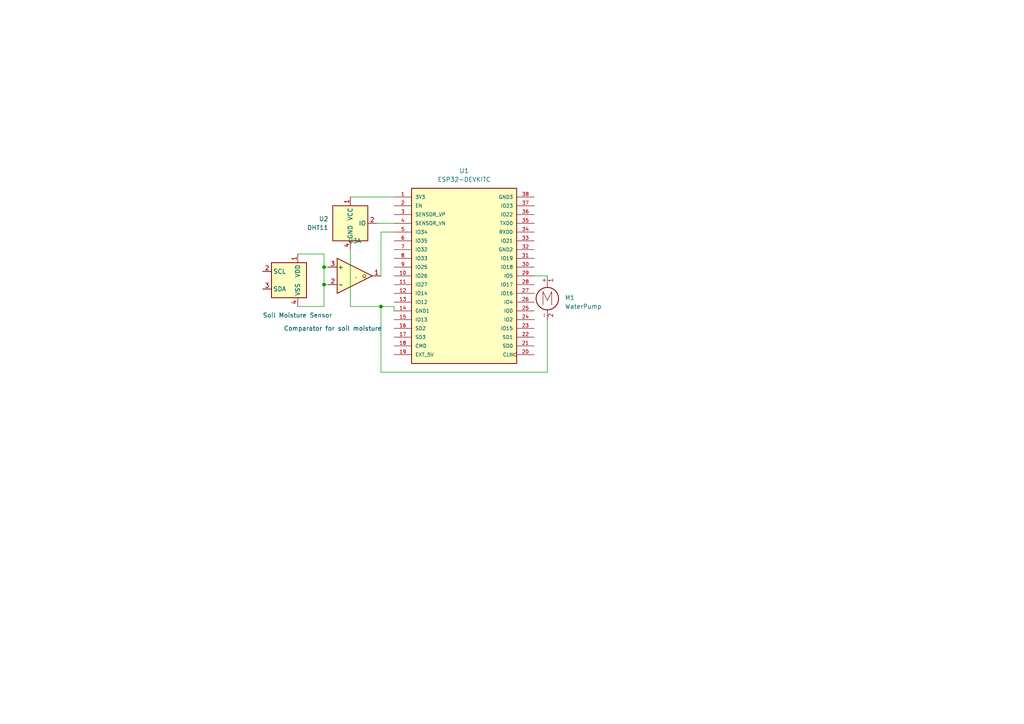
<source format=kicad_sch>
(kicad_sch (version 20230121) (generator eeschema)

  (uuid 0bb214c2-bada-4bd4-8ebc-b813c6475bae)

  (paper "A4")

  (lib_symbols
    (symbol "Comparator:LM393" (pin_names (offset 0.127)) (in_bom yes) (on_board yes)
      (property "Reference" "U" (at 3.81 3.81 0)
        (effects (font (size 1.27 1.27)))
      )
      (property "Value" "LM393" (at 6.35 -3.81 0)
        (effects (font (size 1.27 1.27)))
      )
      (property "Footprint" "" (at 0 0 0)
        (effects (font (size 1.27 1.27)) hide)
      )
      (property "Datasheet" "http://www.ti.com/lit/ds/symlink/lm393.pdf" (at 0 0 0)
        (effects (font (size 1.27 1.27)) hide)
      )
      (property "ki_locked" "" (at 0 0 0)
        (effects (font (size 1.27 1.27)))
      )
      (property "ki_keywords" "cmp open collector" (at 0 0 0)
        (effects (font (size 1.27 1.27)) hide)
      )
      (property "ki_description" "Low-Power, Low-Offset Voltage, Dual Comparators, DIP-8/SOIC-8/TO-99-8" (at 0 0 0)
        (effects (font (size 1.27 1.27)) hide)
      )
      (property "ki_fp_filters" "SOIC*3.9x4.9mm*P1.27mm* DIP*W7.62mm* SOP*5.28x5.23mm*P1.27mm* VSSOP*3.0x3.0mm*P0.65mm* TSSOP*4.4x3mm*P0.65mm*" (at 0 0 0)
        (effects (font (size 1.27 1.27)) hide)
      )
      (symbol "LM393_1_1"
        (polyline
          (pts
            (xy -5.08 5.08)
            (xy 5.08 0)
            (xy -5.08 -5.08)
            (xy -5.08 5.08)
          )
          (stroke (width 0.254) (type default))
          (fill (type background))
        )
        (polyline
          (pts
            (xy 3.302 -0.508)
            (xy 2.794 -0.508)
            (xy 3.302 0)
            (xy 2.794 0.508)
            (xy 2.286 0)
            (xy 2.794 -0.508)
            (xy 2.286 -0.508)
          )
          (stroke (width 0.127) (type default))
          (fill (type none))
        )
        (pin open_collector line (at 7.62 0 180) (length 2.54)
          (name "~" (effects (font (size 1.27 1.27))))
          (number "1" (effects (font (size 1.27 1.27))))
        )
        (pin input line (at -7.62 -2.54 0) (length 2.54)
          (name "-" (effects (font (size 1.27 1.27))))
          (number "2" (effects (font (size 1.27 1.27))))
        )
        (pin input line (at -7.62 2.54 0) (length 2.54)
          (name "+" (effects (font (size 1.27 1.27))))
          (number "3" (effects (font (size 1.27 1.27))))
        )
      )
      (symbol "LM393_2_1"
        (polyline
          (pts
            (xy -5.08 5.08)
            (xy 5.08 0)
            (xy -5.08 -5.08)
            (xy -5.08 5.08)
          )
          (stroke (width 0.254) (type default))
          (fill (type background))
        )
        (polyline
          (pts
            (xy 3.302 -0.508)
            (xy 2.794 -0.508)
            (xy 3.302 0)
            (xy 2.794 0.508)
            (xy 2.286 0)
            (xy 2.794 -0.508)
            (xy 2.286 -0.508)
          )
          (stroke (width 0.127) (type default))
          (fill (type none))
        )
        (pin input line (at -7.62 2.54 0) (length 2.54)
          (name "+" (effects (font (size 1.27 1.27))))
          (number "5" (effects (font (size 1.27 1.27))))
        )
        (pin input line (at -7.62 -2.54 0) (length 2.54)
          (name "-" (effects (font (size 1.27 1.27))))
          (number "6" (effects (font (size 1.27 1.27))))
        )
        (pin open_collector line (at 7.62 0 180) (length 2.54)
          (name "~" (effects (font (size 1.27 1.27))))
          (number "7" (effects (font (size 1.27 1.27))))
        )
      )
      (symbol "LM393_3_1"
        (pin power_in line (at -2.54 -7.62 90) (length 3.81)
          (name "V-" (effects (font (size 1.27 1.27))))
          (number "4" (effects (font (size 1.27 1.27))))
        )
        (pin power_in line (at -2.54 7.62 270) (length 3.81)
          (name "V+" (effects (font (size 1.27 1.27))))
          (number "8" (effects (font (size 1.27 1.27))))
        )
      )
    )
    (symbol "ESP32-DEVKITC:ESP32-DEVKITC" (pin_names (offset 1.016)) (in_bom yes) (on_board yes)
      (property "Reference" "U" (at -15.2572 26.0643 0)
        (effects (font (size 1.27 1.27)) (justify left bottom))
      )
      (property "Value" "ESP32-DEVKITC" (at -15.2563 -27.9698 0)
        (effects (font (size 1.27 1.27)) (justify left bottom))
      )
      (property "Footprint" "MODULE_ESP32-DEVKITC" (at 0 0 0)
        (effects (font (size 1.27 1.27)) (justify bottom) hide)
      )
      (property "Datasheet" "" (at 0 0 0)
        (effects (font (size 1.27 1.27)) hide)
      )
      (property "MF" "Espressif Systems" (at 0 0 0)
        (effects (font (size 1.27 1.27)) (justify bottom) hide)
      )
      (property "Description" "\nESP32-WROOM-32UE series Transceiver; 802.11 b/g/n (Wi-Fi, WiFi, WLAN), Bluetooth ® Smart Ready 4.x Dual Mode Evaluation Board\n" (at 0 0 0)
        (effects (font (size 1.27 1.27)) (justify bottom) hide)
      )
      (property "Package" "None" (at 0 0 0)
        (effects (font (size 1.27 1.27)) (justify bottom) hide)
      )
      (property "Price" "None" (at 0 0 0)
        (effects (font (size 1.27 1.27)) (justify bottom) hide)
      )
      (property "Check_prices" "https://www.snapeda.com/parts/ESP32-DEVKITC/Espressif+Systems/view-part/?ref=eda" (at 0 0 0)
        (effects (font (size 1.27 1.27)) (justify bottom) hide)
      )
      (property "STANDARD" "Manufacturer Recommendations" (at 0 0 0)
        (effects (font (size 1.27 1.27)) (justify bottom) hide)
      )
      (property "PARTREV" "N/A" (at 0 0 0)
        (effects (font (size 1.27 1.27)) (justify bottom) hide)
      )
      (property "SnapEDA_Link" "https://www.snapeda.com/parts/ESP32-DEVKITC/Espressif+Systems/view-part/?ref=snap" (at 0 0 0)
        (effects (font (size 1.27 1.27)) (justify bottom) hide)
      )
      (property "MP" "ESP32-DEVKITC" (at 0 0 0)
        (effects (font (size 1.27 1.27)) (justify bottom) hide)
      )
      (property "Availability" "In Stock" (at 0 0 0)
        (effects (font (size 1.27 1.27)) (justify bottom) hide)
      )
      (property "MANUFACTURER" "ESPRESSIF" (at 0 0 0)
        (effects (font (size 1.27 1.27)) (justify bottom) hide)
      )
      (symbol "ESP32-DEVKITC_0_0"
        (rectangle (start -15.24 -25.4) (end 15.24 25.4)
          (stroke (width 0.254) (type default))
          (fill (type background))
        )
        (pin power_in line (at -20.32 22.86 0) (length 5.08)
          (name "3V3" (effects (font (size 1.016 1.016))))
          (number "1" (effects (font (size 1.016 1.016))))
        )
        (pin bidirectional line (at -20.32 0 0) (length 5.08)
          (name "IO26" (effects (font (size 1.016 1.016))))
          (number "10" (effects (font (size 1.016 1.016))))
        )
        (pin bidirectional line (at -20.32 -2.54 0) (length 5.08)
          (name "IO27" (effects (font (size 1.016 1.016))))
          (number "11" (effects (font (size 1.016 1.016))))
        )
        (pin bidirectional line (at -20.32 -5.08 0) (length 5.08)
          (name "IO14" (effects (font (size 1.016 1.016))))
          (number "12" (effects (font (size 1.016 1.016))))
        )
        (pin bidirectional line (at -20.32 -7.62 0) (length 5.08)
          (name "IO12" (effects (font (size 1.016 1.016))))
          (number "13" (effects (font (size 1.016 1.016))))
        )
        (pin power_in line (at -20.32 -10.16 0) (length 5.08)
          (name "GND1" (effects (font (size 1.016 1.016))))
          (number "14" (effects (font (size 1.016 1.016))))
        )
        (pin bidirectional line (at -20.32 -12.7 0) (length 5.08)
          (name "IO13" (effects (font (size 1.016 1.016))))
          (number "15" (effects (font (size 1.016 1.016))))
        )
        (pin bidirectional line (at -20.32 -15.24 0) (length 5.08)
          (name "SD2" (effects (font (size 1.016 1.016))))
          (number "16" (effects (font (size 1.016 1.016))))
        )
        (pin bidirectional line (at -20.32 -17.78 0) (length 5.08)
          (name "SD3" (effects (font (size 1.016 1.016))))
          (number "17" (effects (font (size 1.016 1.016))))
        )
        (pin bidirectional line (at -20.32 -20.32 0) (length 5.08)
          (name "CMD" (effects (font (size 1.016 1.016))))
          (number "18" (effects (font (size 1.016 1.016))))
        )
        (pin power_in line (at -20.32 -22.86 0) (length 5.08)
          (name "EXT_5V" (effects (font (size 1.016 1.016))))
          (number "19" (effects (font (size 1.016 1.016))))
        )
        (pin input line (at -20.32 20.32 0) (length 5.08)
          (name "EN" (effects (font (size 1.016 1.016))))
          (number "2" (effects (font (size 1.016 1.016))))
        )
        (pin input clock (at 20.32 -22.86 180) (length 5.08)
          (name "CLK" (effects (font (size 1.016 1.016))))
          (number "20" (effects (font (size 1.016 1.016))))
        )
        (pin bidirectional line (at 20.32 -20.32 180) (length 5.08)
          (name "SD0" (effects (font (size 1.016 1.016))))
          (number "21" (effects (font (size 1.016 1.016))))
        )
        (pin bidirectional line (at 20.32 -17.78 180) (length 5.08)
          (name "SD1" (effects (font (size 1.016 1.016))))
          (number "22" (effects (font (size 1.016 1.016))))
        )
        (pin bidirectional line (at 20.32 -15.24 180) (length 5.08)
          (name "IO15" (effects (font (size 1.016 1.016))))
          (number "23" (effects (font (size 1.016 1.016))))
        )
        (pin bidirectional line (at 20.32 -12.7 180) (length 5.08)
          (name "IO2" (effects (font (size 1.016 1.016))))
          (number "24" (effects (font (size 1.016 1.016))))
        )
        (pin bidirectional line (at 20.32 -10.16 180) (length 5.08)
          (name "IO0" (effects (font (size 1.016 1.016))))
          (number "25" (effects (font (size 1.016 1.016))))
        )
        (pin bidirectional line (at 20.32 -7.62 180) (length 5.08)
          (name "IO4" (effects (font (size 1.016 1.016))))
          (number "26" (effects (font (size 1.016 1.016))))
        )
        (pin bidirectional line (at 20.32 -5.08 180) (length 5.08)
          (name "IO16" (effects (font (size 1.016 1.016))))
          (number "27" (effects (font (size 1.016 1.016))))
        )
        (pin bidirectional line (at 20.32 -2.54 180) (length 5.08)
          (name "IO17" (effects (font (size 1.016 1.016))))
          (number "28" (effects (font (size 1.016 1.016))))
        )
        (pin bidirectional line (at 20.32 0 180) (length 5.08)
          (name "IO5" (effects (font (size 1.016 1.016))))
          (number "29" (effects (font (size 1.016 1.016))))
        )
        (pin input line (at -20.32 17.78 0) (length 5.08)
          (name "SENSOR_VP" (effects (font (size 1.016 1.016))))
          (number "3" (effects (font (size 1.016 1.016))))
        )
        (pin bidirectional line (at 20.32 2.54 180) (length 5.08)
          (name "IO18" (effects (font (size 1.016 1.016))))
          (number "30" (effects (font (size 1.016 1.016))))
        )
        (pin bidirectional line (at 20.32 5.08 180) (length 5.08)
          (name "IO19" (effects (font (size 1.016 1.016))))
          (number "31" (effects (font (size 1.016 1.016))))
        )
        (pin power_in line (at 20.32 7.62 180) (length 5.08)
          (name "GND2" (effects (font (size 1.016 1.016))))
          (number "32" (effects (font (size 1.016 1.016))))
        )
        (pin bidirectional line (at 20.32 10.16 180) (length 5.08)
          (name "IO21" (effects (font (size 1.016 1.016))))
          (number "33" (effects (font (size 1.016 1.016))))
        )
        (pin input line (at 20.32 12.7 180) (length 5.08)
          (name "RXD0" (effects (font (size 1.016 1.016))))
          (number "34" (effects (font (size 1.016 1.016))))
        )
        (pin output line (at 20.32 15.24 180) (length 5.08)
          (name "TXD0" (effects (font (size 1.016 1.016))))
          (number "35" (effects (font (size 1.016 1.016))))
        )
        (pin bidirectional line (at 20.32 17.78 180) (length 5.08)
          (name "IO22" (effects (font (size 1.016 1.016))))
          (number "36" (effects (font (size 1.016 1.016))))
        )
        (pin bidirectional line (at 20.32 20.32 180) (length 5.08)
          (name "IO23" (effects (font (size 1.016 1.016))))
          (number "37" (effects (font (size 1.016 1.016))))
        )
        (pin power_in line (at 20.32 22.86 180) (length 5.08)
          (name "GND3" (effects (font (size 1.016 1.016))))
          (number "38" (effects (font (size 1.016 1.016))))
        )
        (pin input line (at -20.32 15.24 0) (length 5.08)
          (name "SENSOR_VN" (effects (font (size 1.016 1.016))))
          (number "4" (effects (font (size 1.016 1.016))))
        )
        (pin bidirectional line (at -20.32 12.7 0) (length 5.08)
          (name "IO34" (effects (font (size 1.016 1.016))))
          (number "5" (effects (font (size 1.016 1.016))))
        )
        (pin bidirectional line (at -20.32 10.16 0) (length 5.08)
          (name "IO35" (effects (font (size 1.016 1.016))))
          (number "6" (effects (font (size 1.016 1.016))))
        )
        (pin bidirectional line (at -20.32 7.62 0) (length 5.08)
          (name "IO32" (effects (font (size 1.016 1.016))))
          (number "7" (effects (font (size 1.016 1.016))))
        )
        (pin bidirectional line (at -20.32 5.08 0) (length 5.08)
          (name "IO33" (effects (font (size 1.016 1.016))))
          (number "8" (effects (font (size 1.016 1.016))))
        )
        (pin bidirectional line (at -20.32 2.54 0) (length 5.08)
          (name "IO25" (effects (font (size 1.016 1.016))))
          (number "9" (effects (font (size 1.016 1.016))))
        )
      )
    )
    (symbol "Motor:Motor_DC" (pin_names (offset 0)) (in_bom yes) (on_board yes)
      (property "Reference" "M" (at 2.54 2.54 0)
        (effects (font (size 1.27 1.27)) (justify left))
      )
      (property "Value" "Motor_DC" (at 2.54 -5.08 0)
        (effects (font (size 1.27 1.27)) (justify left top))
      )
      (property "Footprint" "" (at 0 -2.286 0)
        (effects (font (size 1.27 1.27)) hide)
      )
      (property "Datasheet" "~" (at 0 -2.286 0)
        (effects (font (size 1.27 1.27)) hide)
      )
      (property "ki_keywords" "DC Motor" (at 0 0 0)
        (effects (font (size 1.27 1.27)) hide)
      )
      (property "ki_description" "DC Motor" (at 0 0 0)
        (effects (font (size 1.27 1.27)) hide)
      )
      (property "ki_fp_filters" "PinHeader*P2.54mm* TerminalBlock*" (at 0 0 0)
        (effects (font (size 1.27 1.27)) hide)
      )
      (symbol "Motor_DC_0_0"
        (polyline
          (pts
            (xy -1.27 -3.302)
            (xy -1.27 0.508)
            (xy 0 -2.032)
            (xy 1.27 0.508)
            (xy 1.27 -3.302)
          )
          (stroke (width 0) (type default))
          (fill (type none))
        )
      )
      (symbol "Motor_DC_0_1"
        (circle (center 0 -1.524) (radius 3.2512)
          (stroke (width 0.254) (type default))
          (fill (type none))
        )
        (polyline
          (pts
            (xy 0 -7.62)
            (xy 0 -7.112)
          )
          (stroke (width 0) (type default))
          (fill (type none))
        )
        (polyline
          (pts
            (xy 0 -4.7752)
            (xy 0 -5.1816)
          )
          (stroke (width 0) (type default))
          (fill (type none))
        )
        (polyline
          (pts
            (xy 0 1.7272)
            (xy 0 2.0828)
          )
          (stroke (width 0) (type default))
          (fill (type none))
        )
        (polyline
          (pts
            (xy 0 2.032)
            (xy 0 2.54)
          )
          (stroke (width 0) (type default))
          (fill (type none))
        )
      )
      (symbol "Motor_DC_1_1"
        (pin passive line (at 0 5.08 270) (length 2.54)
          (name "+" (effects (font (size 1.27 1.27))))
          (number "1" (effects (font (size 1.27 1.27))))
        )
        (pin passive line (at 0 -7.62 90) (length 2.54)
          (name "-" (effects (font (size 1.27 1.27))))
          (number "2" (effects (font (size 1.27 1.27))))
        )
      )
    )
    (symbol "Sensor:DHT11" (in_bom yes) (on_board yes)
      (property "Reference" "U" (at -3.81 6.35 0)
        (effects (font (size 1.27 1.27)))
      )
      (property "Value" "DHT11" (at 3.81 6.35 0)
        (effects (font (size 1.27 1.27)))
      )
      (property "Footprint" "Sensor:Aosong_DHT11_5.5x12.0_P2.54mm" (at 0 -10.16 0)
        (effects (font (size 1.27 1.27)) hide)
      )
      (property "Datasheet" "http://akizukidenshi.com/download/ds/aosong/DHT11.pdf" (at 3.81 6.35 0)
        (effects (font (size 1.27 1.27)) hide)
      )
      (property "ki_keywords" "Digital temperature humidity sensor" (at 0 0 0)
        (effects (font (size 1.27 1.27)) hide)
      )
      (property "ki_description" "Temperature and humidity module" (at 0 0 0)
        (effects (font (size 1.27 1.27)) hide)
      )
      (property "ki_fp_filters" "Aosong*DHT11*5.5x12.0*P2.54mm*" (at 0 0 0)
        (effects (font (size 1.27 1.27)) hide)
      )
      (symbol "DHT11_0_1"
        (rectangle (start -5.08 5.08) (end 5.08 -5.08)
          (stroke (width 0.254) (type default))
          (fill (type background))
        )
      )
      (symbol "DHT11_1_1"
        (pin power_in line (at 0 7.62 270) (length 2.54)
          (name "VCC" (effects (font (size 1.27 1.27))))
          (number "1" (effects (font (size 1.27 1.27))))
        )
        (pin bidirectional line (at 7.62 0 180) (length 2.54)
          (name "IO" (effects (font (size 1.27 1.27))))
          (number "2" (effects (font (size 1.27 1.27))))
        )
        (pin no_connect line (at -5.08 0 0) (length 2.54) hide
          (name "NC" (effects (font (size 1.27 1.27))))
          (number "3" (effects (font (size 1.27 1.27))))
        )
        (pin power_in line (at 0 -7.62 90) (length 2.54)
          (name "GND" (effects (font (size 1.27 1.27))))
          (number "4" (effects (font (size 1.27 1.27))))
        )
      )
    )
    (symbol "Sensor_Humidity:SHTC1" (in_bom yes) (on_board yes)
      (property "Reference" "U" (at -3.81 6.35 0)
        (effects (font (size 1.27 1.27)))
      )
      (property "Value" "SHTC1" (at -2.54 -6.35 0)
        (effects (font (size 1.27 1.27)))
      )
      (property "Footprint" "Sensor_Humidity:Sensirion_DFN-4-1EP_2x2mm_P1mm_EP0.7x1.6mm" (at 5.08 -8.89 0)
        (effects (font (size 1.27 1.27)) hide)
      )
      (property "Datasheet" "https://www.sensirion.com/fileadmin/user_upload/customers/sensirion/Dokumente/0_Datasheets/Humidity/Sensirion_Humidity_Sensors_SHTC1_Datasheet.pdf" (at -7.62 11.43 0)
        (effects (font (size 1.27 1.27)) hide)
      )
      (property "ki_keywords" "Sensirion environment environmental measurement digital" (at 0 0 0)
        (effects (font (size 1.27 1.27)) hide)
      )
      (property "ki_description" "Humidity and Temperature Sensor, +/-3%RH, +/-0.3degC, I2C, 1.62-1.98V, DFN-4" (at 0 0 0)
        (effects (font (size 1.27 1.27)) hide)
      )
      (property "ki_fp_filters" "Sensirion*DFN*1EP*2x2mm*P1mm*EP0.7x1.6mm*" (at 0 0 0)
        (effects (font (size 1.27 1.27)) hide)
      )
      (symbol "SHTC1_1_1"
        (rectangle (start -5.08 5.08) (end 5.08 -5.08)
          (stroke (width 0.254) (type default))
          (fill (type background))
        )
        (pin power_in line (at 2.54 7.62 270) (length 2.54)
          (name "VDD" (effects (font (size 1.27 1.27))))
          (number "1" (effects (font (size 1.27 1.27))))
        )
        (pin input line (at -7.62 2.54 0) (length 2.54)
          (name "SCL" (effects (font (size 1.27 1.27))))
          (number "2" (effects (font (size 1.27 1.27))))
        )
        (pin bidirectional line (at -7.62 -2.54 0) (length 2.54)
          (name "SDA" (effects (font (size 1.27 1.27))))
          (number "3" (effects (font (size 1.27 1.27))))
        )
        (pin power_in line (at 2.54 -7.62 90) (length 2.54)
          (name "VSS" (effects (font (size 1.27 1.27))))
          (number "4" (effects (font (size 1.27 1.27))))
        )
        (pin no_connect line (at 5.08 0 180) (length 2.54) hide
          (name "NC" (effects (font (size 1.27 1.27))))
          (number "5" (effects (font (size 1.27 1.27))))
        )
      )
    )
  )

  (junction (at 110.49 88.9) (diameter 0) (color 0 0 0 0)
    (uuid b063de42-7212-4180-a69e-2576045ceead)
  )
  (junction (at 93.98 77.47) (diameter 0) (color 0 0 0 0)
    (uuid dec74639-f324-4b8a-97bb-96d958c1f9a6)
  )
  (junction (at 93.98 82.55) (diameter 0) (color 0 0 0 0)
    (uuid f541a461-dd7b-41b5-a809-30fcf5676805)
  )

  (wire (pts (xy 93.98 88.9) (xy 93.98 82.55))
    (stroke (width 0) (type default))
    (uuid 1298d609-c620-4e30-949b-4aa8a08a56f7)
  )
  (wire (pts (xy 154.94 80.01) (xy 158.75 80.01))
    (stroke (width 0) (type default))
    (uuid 1a21995d-ae28-4386-8cf3-190f7e953a9f)
  )
  (wire (pts (xy 86.36 88.9) (xy 93.98 88.9))
    (stroke (width 0) (type default))
    (uuid 270017d1-926f-4dea-8109-6a5863f405b0)
  )
  (wire (pts (xy 86.36 73.66) (xy 93.98 73.66))
    (stroke (width 0) (type default))
    (uuid 4010eb30-206d-4b87-b054-7b182f557490)
  )
  (wire (pts (xy 93.98 73.66) (xy 93.98 77.47))
    (stroke (width 0) (type default))
    (uuid 42497efa-2cd4-44cd-8ff6-1469bdc3dc54)
  )
  (wire (pts (xy 93.98 77.47) (xy 95.25 77.47))
    (stroke (width 0) (type default))
    (uuid 4d4feaf8-4a20-453b-a82d-db4044a21eb3)
  )
  (wire (pts (xy 110.49 67.31) (xy 110.49 80.01))
    (stroke (width 0) (type default))
    (uuid 5391d3f8-1628-4183-bbbd-bec39d256c74)
  )
  (wire (pts (xy 93.98 82.55) (xy 95.25 82.55))
    (stroke (width 0) (type default))
    (uuid 54de7fa0-8f63-41d1-a1ec-140e5b92f131)
  )
  (wire (pts (xy 109.22 64.77) (xy 114.3 64.77))
    (stroke (width 0) (type default))
    (uuid 5989c38a-a2a6-4385-adec-cca19dcb2ac5)
  )
  (wire (pts (xy 114.3 88.9) (xy 114.3 90.17))
    (stroke (width 0) (type default))
    (uuid 631e41b2-9c08-46f7-8918-93e3ba924741)
  )
  (wire (pts (xy 114.3 67.31) (xy 110.49 67.31))
    (stroke (width 0) (type default))
    (uuid a3f05dbb-6541-4a51-98c9-630944454a68)
  )
  (wire (pts (xy 110.49 107.95) (xy 110.49 88.9))
    (stroke (width 0) (type default))
    (uuid aaf31951-ad6e-4e65-ba4e-1de91c638c2a)
  )
  (wire (pts (xy 110.49 88.9) (xy 114.3 88.9))
    (stroke (width 0) (type default))
    (uuid b853579e-7520-478e-8d14-76682fbc28da)
  )
  (wire (pts (xy 158.75 92.71) (xy 158.75 107.95))
    (stroke (width 0) (type default))
    (uuid c0fbe40e-6e78-48ba-b1a1-1caa7aec544d)
  )
  (wire (pts (xy 101.6 72.39) (xy 101.6 88.9))
    (stroke (width 0) (type default))
    (uuid c47b8c84-b2cb-43c8-930a-73597346b997)
  )
  (wire (pts (xy 158.75 107.95) (xy 110.49 107.95))
    (stroke (width 0) (type default))
    (uuid cd0ce061-994f-43d1-839d-589aa0fbae24)
  )
  (wire (pts (xy 101.6 57.15) (xy 114.3 57.15))
    (stroke (width 0) (type default))
    (uuid e1637b9f-1be5-4a8e-8403-2d8f9a3956ae)
  )
  (wire (pts (xy 93.98 77.47) (xy 93.98 82.55))
    (stroke (width 0) (type default))
    (uuid e582a03b-3038-4e75-90d0-950d7020989e)
  )
  (wire (pts (xy 101.6 88.9) (xy 110.49 88.9))
    (stroke (width 0) (type default))
    (uuid fc2ad9bd-6f19-48ee-aa3f-a7dbe0d65a30)
  )

  (symbol (lib_id "Comparator:LM393") (at 102.87 80.01 0) (unit 1)
    (in_bom yes) (on_board yes) (dnp no)
    (uuid 34e51f8c-8c2c-4e2d-b825-8927e0a06c92)
    (property "Reference" "U3" (at 102.87 69.85 0)
      (effects (font (size 1.27 1.27)))
    )
    (property "Value" "Comparator for soil moisture" (at 96.52 95.25 0)
      (effects (font (size 1.27 1.27)))
    )
    (property "Footprint" "" (at 102.87 80.01 0)
      (effects (font (size 1.27 1.27)) hide)
    )
    (property "Datasheet" "http://www.ti.com/lit/ds/symlink/lm393.pdf" (at 102.87 80.01 0)
      (effects (font (size 1.27 1.27)) hide)
    )
    (pin "1" (uuid b8a5cb64-9247-4455-83f7-01e01f2ea60b))
    (pin "2" (uuid dd46da79-7bcc-4839-94bf-9b2b98c1df77))
    (pin "3" (uuid f845a5f4-c412-474a-816e-5682dbb7afc2))
    (pin "5" (uuid cb77be4a-d962-4547-8308-3f4b5bd039ac))
    (pin "6" (uuid 70b7f317-79ce-4f4d-a6ac-4065e2786998))
    (pin "7" (uuid d98e9efc-97c4-4858-b979-3a604f41b8a1))
    (pin "4" (uuid de7073df-4164-41b3-ba49-caceeca65674))
    (pin "8" (uuid 98447318-858e-4608-b103-a685af4525bf))
    (instances
      (project ""
        (path "/0bb214c2-bada-4bd4-8ebc-b813c6475bae"
          (reference "U3") (unit 1)
        )
      )
    )
  )

  (symbol (lib_id "ESP32-DEVKITC:ESP32-DEVKITC") (at 134.62 80.01 0) (unit 1)
    (in_bom yes) (on_board yes) (dnp no) (fields_autoplaced)
    (uuid 3e7d3fe8-28fb-4462-b948-acaf47c2decc)
    (property "Reference" "U1" (at 134.62 49.53 0)
      (effects (font (size 1.27 1.27)))
    )
    (property "Value" "ESP32-DEVKITC" (at 134.62 52.07 0)
      (effects (font (size 1.27 1.27)))
    )
    (property "Footprint" "MODULE_ESP32-DEVKITC" (at 134.62 80.01 0)
      (effects (font (size 1.27 1.27)) (justify bottom) hide)
    )
    (property "Datasheet" "" (at 134.62 80.01 0)
      (effects (font (size 1.27 1.27)) hide)
    )
    (property "MF" "Espressif Systems" (at 134.62 80.01 0)
      (effects (font (size 1.27 1.27)) (justify bottom) hide)
    )
    (property "Description" "\nESP32-WROOM-32UE series Transceiver; 802.11 b/g/n (Wi-Fi, WiFi, WLAN), Bluetooth ® Smart Ready 4.x Dual Mode Evaluation Board\n" (at 134.62 80.01 0)
      (effects (font (size 1.27 1.27)) (justify bottom) hide)
    )
    (property "Package" "None" (at 134.62 80.01 0)
      (effects (font (size 1.27 1.27)) (justify bottom) hide)
    )
    (property "Price" "None" (at 134.62 80.01 0)
      (effects (font (size 1.27 1.27)) (justify bottom) hide)
    )
    (property "Check_prices" "https://www.snapeda.com/parts/ESP32-DEVKITC/Espressif+Systems/view-part/?ref=eda" (at 134.62 80.01 0)
      (effects (font (size 1.27 1.27)) (justify bottom) hide)
    )
    (property "STANDARD" "Manufacturer Recommendations" (at 134.62 80.01 0)
      (effects (font (size 1.27 1.27)) (justify bottom) hide)
    )
    (property "PARTREV" "N/A" (at 134.62 80.01 0)
      (effects (font (size 1.27 1.27)) (justify bottom) hide)
    )
    (property "SnapEDA_Link" "https://www.snapeda.com/parts/ESP32-DEVKITC/Espressif+Systems/view-part/?ref=snap" (at 134.62 80.01 0)
      (effects (font (size 1.27 1.27)) (justify bottom) hide)
    )
    (property "MP" "ESP32-DEVKITC" (at 134.62 80.01 0)
      (effects (font (size 1.27 1.27)) (justify bottom) hide)
    )
    (property "Availability" "In Stock" (at 134.62 80.01 0)
      (effects (font (size 1.27 1.27)) (justify bottom) hide)
    )
    (property "MANUFACTURER" "ESPRESSIF" (at 134.62 80.01 0)
      (effects (font (size 1.27 1.27)) (justify bottom) hide)
    )
    (pin "1" (uuid 868060a8-337a-4590-9fd7-945c43af0570))
    (pin "10" (uuid b8d8a628-3c1e-4fd7-83fe-d356e23d54c6))
    (pin "11" (uuid a7a022c8-e573-4fb8-8769-df26649414b5))
    (pin "12" (uuid 6e6cc645-046a-4f34-bee1-048d92bc9e40))
    (pin "13" (uuid 87554f18-2b97-44c5-a049-a00dd423f67c))
    (pin "14" (uuid fac3dcde-dca1-4763-8f30-810222897d42))
    (pin "15" (uuid d9a3f0b3-34c3-4626-914d-351fa7906299))
    (pin "16" (uuid 82f7656d-6297-4cbf-b0a8-1d45e3516857))
    (pin "17" (uuid 29e8a7de-42d8-4783-ac50-c30c2e703c20))
    (pin "18" (uuid bfc42c30-e8a6-4e7e-a6fa-7d63f3afb32d))
    (pin "19" (uuid f4b1d51e-6ebc-4015-87a6-b446d87b73cf))
    (pin "2" (uuid 725c54af-bf46-4a3a-8645-b8fa0188dcc8))
    (pin "20" (uuid 8e24d620-a37f-49ac-bff9-37f946558736))
    (pin "21" (uuid 022ef29f-116a-42ec-80c7-6550cd07a703))
    (pin "22" (uuid d7b9c39e-2ef9-4594-a648-ac640de9c2c3))
    (pin "23" (uuid 2ca6e93f-852e-420a-9004-faaaf3d92338))
    (pin "24" (uuid 6823debe-e5b4-4dad-a953-6b2ff622fe5b))
    (pin "25" (uuid 492bb712-3343-43b5-9a02-4c1d3905bd9a))
    (pin "26" (uuid 1a5d2f22-faf1-4f95-9191-5ba20abc1266))
    (pin "27" (uuid db25210d-19dc-427e-9013-040277b3dc15))
    (pin "28" (uuid a9afa33d-af7c-4875-8557-f81aa48b8289))
    (pin "29" (uuid 4d24fcb9-ee78-4318-b1d9-d0273025ece1))
    (pin "3" (uuid b30bfd7b-469f-481c-b60b-dd9bbd1e3de2))
    (pin "30" (uuid 4700578f-b70a-4dc4-abe4-f84deecb4212))
    (pin "31" (uuid 1ddc4903-8c45-4895-96d1-4eff8f717e36))
    (pin "32" (uuid 2e16bbc5-9345-4937-8efe-3417a7894b3e))
    (pin "33" (uuid f231f5ee-08db-4186-b40f-0cbe8b07d1da))
    (pin "34" (uuid 1729a6c6-8d4c-40f7-b64a-d7bb39346ae8))
    (pin "35" (uuid fa2d5a82-3ccd-4afb-beef-d3da50a7fd93))
    (pin "36" (uuid 9fcab15f-e6c7-41ae-857d-c71da717c887))
    (pin "37" (uuid 7e37d5f6-d809-449c-baa4-f19b6b677048))
    (pin "38" (uuid 2919d640-9c51-4528-851c-b2ec9e901430))
    (pin "4" (uuid 6400aac7-79e1-4a27-80f7-4d85a8e34bb1))
    (pin "5" (uuid 3721a016-80a7-47ac-b7bf-3efaf6af8118))
    (pin "6" (uuid 9abd4b58-c968-4f86-bff2-be16b8f769e3))
    (pin "7" (uuid c7f90290-c4fa-41d9-96a0-764fee26ddb3))
    (pin "8" (uuid 5361e32e-4bc9-4aaa-938d-72abf0d7f2f0))
    (pin "9" (uuid 3872cba6-ccd9-4061-ac2a-353e9e7e1656))
    (instances
      (project ""
        (path "/0bb214c2-bada-4bd4-8ebc-b813c6475bae"
          (reference "U1") (unit 1)
        )
      )
    )
  )

  (symbol (lib_id "Sensor_Humidity:SHTC1") (at 83.82 81.28 0) (unit 1)
    (in_bom yes) (on_board yes) (dnp no)
    (uuid 574c4cc0-83bb-4b7b-966d-23574a9ba000)
    (property "Reference" "." (at 102.87 80.01 0)
      (effects (font (size 1.27 1.27)) (justify left))
    )
    (property "Value" "Soil Moisture Sensor" (at 76.2 91.44 0)
      (effects (font (size 1.27 1.27)) (justify left))
    )
    (property "Footprint" "Sensor_Humidity:Sensirion_DFN-4-1EP_2x2mm_P1mm_EP0.7x1.6mm" (at 88.9 90.17 0)
      (effects (font (size 1.27 1.27)) hide)
    )
    (property "Datasheet" "https://www.sensirion.com/fileadmin/user_upload/customers/sensirion/Dokumente/0_Datasheets/Humidity/Sensirion_Humidity_Sensors_SHTC1_Datasheet.pdf" (at 76.2 69.85 0)
      (effects (font (size 1.27 1.27)) hide)
    )
    (pin "1" (uuid 41009744-a6fe-4c05-a1cd-60ca4b7afd2d))
    (pin "2" (uuid 5c8e42ab-6838-4fd9-bb4d-b9a59ff1bc71))
    (pin "3" (uuid ac66c03a-56ad-4ad8-bd3c-0066f9eb2ca7))
    (pin "4" (uuid 6f17ef53-00d2-4fcb-bb76-46417dc39f09))
    (pin "5" (uuid 8d9b1fd7-9fe7-4a00-aadc-8b2f7f4a55b9))
    (instances
      (project ""
        (path "/0bb214c2-bada-4bd4-8ebc-b813c6475bae"
          (reference ".") (unit 1)
        )
      )
    )
  )

  (symbol (lib_id "Sensor:DHT11") (at 101.6 64.77 0) (unit 1)
    (in_bom yes) (on_board yes) (dnp no) (fields_autoplaced)
    (uuid 631f728b-6cf1-4c20-89d2-ad0e3026f023)
    (property "Reference" "U2" (at 95.25 63.5 0)
      (effects (font (size 1.27 1.27)) (justify right))
    )
    (property "Value" "DHT11" (at 95.25 66.04 0)
      (effects (font (size 1.27 1.27)) (justify right))
    )
    (property "Footprint" "Sensor:Aosong_DHT11_5.5x12.0_P2.54mm" (at 101.6 74.93 0)
      (effects (font (size 1.27 1.27)) hide)
    )
    (property "Datasheet" "http://akizukidenshi.com/download/ds/aosong/DHT11.pdf" (at 105.41 58.42 0)
      (effects (font (size 1.27 1.27)) hide)
    )
    (pin "1" (uuid ebf41b7f-fae2-4500-a47a-7f43ad0fe641))
    (pin "2" (uuid da004d9e-1c9a-4784-a568-126d2f634c6d))
    (pin "3" (uuid d36dc161-7334-43b7-8bf3-39f30d567886))
    (pin "4" (uuid 40f3a39c-f2f4-456a-bc94-66ff84c8cc7d))
    (instances
      (project ""
        (path "/0bb214c2-bada-4bd4-8ebc-b813c6475bae"
          (reference "U2") (unit 1)
        )
      )
    )
  )

  (symbol (lib_id "Motor:Motor_DC") (at 158.75 85.09 0) (unit 1)
    (in_bom yes) (on_board yes) (dnp no) (fields_autoplaced)
    (uuid 93b6355c-ec60-4306-baf7-33df60f31ffa)
    (property "Reference" "M1" (at 163.83 86.36 0)
      (effects (font (size 1.27 1.27)) (justify left))
    )
    (property "Value" "WaterPump" (at 163.83 88.9 0)
      (effects (font (size 1.27 1.27)) (justify left))
    )
    (property "Footprint" "" (at 158.75 87.376 0)
      (effects (font (size 1.27 1.27)) hide)
    )
    (property "Datasheet" "~" (at 158.75 87.376 0)
      (effects (font (size 1.27 1.27)) hide)
    )
    (pin "1" (uuid 7d585704-0dce-43fe-85c1-33fb3bb804a3))
    (pin "2" (uuid 934a4e06-128a-4caf-9921-f6f2aa974fa2))
    (instances
      (project ""
        (path "/0bb214c2-bada-4bd4-8ebc-b813c6475bae"
          (reference "M1") (unit 1)
        )
      )
    )
  )

  (sheet_instances
    (path "/" (page "1"))
  )
)

</source>
